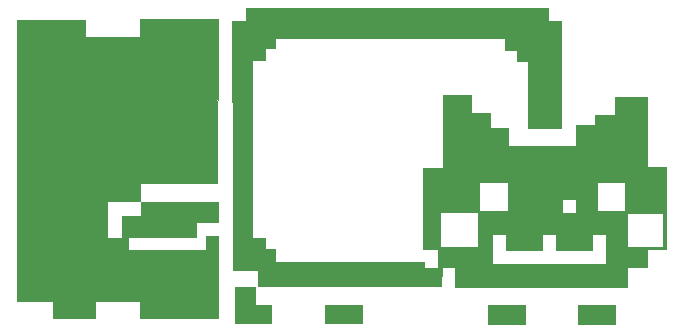
<source format=gbr>
G04 #@! TF.GenerationSoftware,KiCad,Pcbnew,(5.1.2)-1*
G04 #@! TF.CreationDate,2019-10-01T23:28:24-05:00*
G04 #@! TF.ProjectId,nyan,6e79616e-2e6b-4696-9361-645f70636258,rev?*
G04 #@! TF.SameCoordinates,Original*
G04 #@! TF.FileFunction,Soldermask,Top*
G04 #@! TF.FilePolarity,Negative*
%FSLAX46Y46*%
G04 Gerber Fmt 4.6, Leading zero omitted, Abs format (unit mm)*
G04 Created by KiCad (PCBNEW (5.1.2)-1) date 2019-10-01 23:28:24*
%MOMM*%
%LPD*%
G04 APERTURE LIST*
%ADD10C,0.100000*%
%ADD11C,0.010000*%
G04 APERTURE END LIST*
D10*
G36*
X134696200Y-72415400D02*
G01*
X128168400Y-72440800D01*
X128168400Y-73888600D01*
X125399800Y-73888600D01*
X125374400Y-77063600D01*
X127101600Y-77063600D01*
X127101600Y-78105000D01*
X133731000Y-78079600D01*
X133731000Y-76885800D01*
X134731125Y-76885800D01*
X134721600Y-83794600D01*
X128117600Y-83794600D01*
X128117600Y-82372200D01*
X124307600Y-82372200D01*
X124307600Y-83794600D01*
X120980200Y-83820000D01*
X120777000Y-83820000D01*
X120777000Y-82372200D01*
X117729000Y-82372200D01*
X117729000Y-58572400D01*
X123520200Y-58572400D01*
X123520200Y-60071000D01*
X128143000Y-60071000D01*
X128143000Y-58496200D01*
X134734300Y-58496200D01*
X134696200Y-72415400D01*
G37*
X134696200Y-72415400D02*
X128168400Y-72440800D01*
X128168400Y-73888600D01*
X125399800Y-73888600D01*
X125374400Y-77063600D01*
X127101600Y-77063600D01*
X127101600Y-78105000D01*
X133731000Y-78079600D01*
X133731000Y-76885800D01*
X134731125Y-76885800D01*
X134721600Y-83794600D01*
X128117600Y-83794600D01*
X128117600Y-82372200D01*
X124307600Y-82372200D01*
X124307600Y-83794600D01*
X120980200Y-83820000D01*
X120777000Y-83820000D01*
X120777000Y-82372200D01*
X117729000Y-82372200D01*
X117729000Y-58572400D01*
X123520200Y-58572400D01*
X123520200Y-60071000D01*
X128143000Y-60071000D01*
X128143000Y-58496200D01*
X134734300Y-58496200D01*
X134696200Y-72415400D01*
D11*
G36*
X134746182Y-74813341D02*
G01*
X134744460Y-75684380D01*
X133814609Y-75684391D01*
X132897880Y-75681840D01*
X132900420Y-76967080D01*
X126665567Y-76959460D01*
X126665567Y-75160294D01*
X128209040Y-75161140D01*
X128209040Y-74957940D01*
X128209040Y-74861420D01*
X128209040Y-74739500D01*
X128209040Y-74569320D01*
X128210328Y-74453225D01*
X128210624Y-74374836D01*
X128209040Y-73982580D01*
X129570173Y-73981220D01*
X129837180Y-73982580D01*
X130141980Y-73980040D01*
X130450614Y-73980905D01*
X130782060Y-73982580D01*
X131142740Y-73982580D01*
X131498340Y-73982580D01*
X131861560Y-73982580D01*
X132212080Y-73982580D01*
X132544820Y-73982580D01*
X132869940Y-73982580D01*
X132882640Y-73982580D01*
X134747000Y-73982580D01*
X134746182Y-74813341D01*
X134746182Y-74813341D01*
G37*
X134746182Y-74813341D02*
X134744460Y-75684380D01*
X133814609Y-75684391D01*
X132897880Y-75681840D01*
X132900420Y-76967080D01*
X126665567Y-76959460D01*
X126665567Y-75160294D01*
X128209040Y-75161140D01*
X128209040Y-74957940D01*
X128209040Y-74861420D01*
X128209040Y-74739500D01*
X128209040Y-74569320D01*
X128210328Y-74453225D01*
X128210624Y-74374836D01*
X128209040Y-73982580D01*
X129570173Y-73981220D01*
X129837180Y-73982580D01*
X130141980Y-73980040D01*
X130450614Y-73980905D01*
X130782060Y-73982580D01*
X131142740Y-73982580D01*
X131498340Y-73982580D01*
X131861560Y-73982580D01*
X132212080Y-73982580D01*
X132544820Y-73982580D01*
X132869940Y-73982580D01*
X132882640Y-73982580D01*
X134747000Y-73982580D01*
X134746182Y-74813341D01*
G36*
X162712400Y-58692627D02*
G01*
X163791900Y-58692627D01*
X163791900Y-67773127D01*
X161019067Y-67773127D01*
X161019067Y-62100460D01*
X160108900Y-62100460D01*
X160108900Y-61105627D01*
X159071734Y-61105627D01*
X159071734Y-60131960D01*
X155044775Y-60131956D01*
X154642135Y-60131893D01*
X154201021Y-60131711D01*
X153725293Y-60131414D01*
X153218809Y-60131007D01*
X152685431Y-60130498D01*
X152129015Y-60129891D01*
X151553423Y-60129192D01*
X150962514Y-60128406D01*
X150360146Y-60127540D01*
X149750180Y-60126598D01*
X149136474Y-60125587D01*
X148522889Y-60124512D01*
X147913283Y-60123379D01*
X147311515Y-60122193D01*
X146721446Y-60120960D01*
X146146935Y-60119685D01*
X145591840Y-60118375D01*
X145382192Y-60117858D01*
X139618720Y-60126880D01*
X139613640Y-60972700D01*
X138744960Y-60970160D01*
X138750040Y-61963300D01*
X137604500Y-61970920D01*
X137612120Y-77030580D01*
X138744960Y-77025500D01*
X138747500Y-77467460D01*
X138747500Y-78026260D01*
X139296140Y-78026260D01*
X139598400Y-78026260D01*
X139598400Y-79093060D01*
X145757900Y-79095600D01*
X152179020Y-79098140D01*
X152171400Y-79626460D01*
X153695400Y-79626460D01*
X153680160Y-81150460D01*
X151988520Y-81150460D01*
X151833580Y-81150460D01*
X151622760Y-81150460D01*
X151389080Y-81150460D01*
X151173180Y-81150460D01*
X150825200Y-81150460D01*
X150550880Y-81150460D01*
X150182580Y-81150460D01*
X149750780Y-81150460D01*
X149303740Y-81150460D01*
X148861780Y-81150460D01*
X148399500Y-81150460D01*
X147883880Y-81150460D01*
X147391120Y-81150460D01*
X146908520Y-81150460D01*
X146438620Y-81150460D01*
X145826480Y-81153000D01*
X145315940Y-81150460D01*
X144800320Y-81147920D01*
X144459960Y-81147920D01*
X144196859Y-81147920D01*
X138115040Y-81153000D01*
X138115040Y-79794100D01*
X136028185Y-79795794D01*
X136014132Y-75038585D01*
X136012751Y-74566543D01*
X136011284Y-74056387D01*
X136009741Y-73512337D01*
X136008134Y-72938610D01*
X136006474Y-72339427D01*
X136004772Y-71719007D01*
X136003040Y-71081569D01*
X136001289Y-70431331D01*
X135999531Y-69772514D01*
X135997775Y-69109337D01*
X135996034Y-68446017D01*
X135994319Y-67786776D01*
X135992641Y-67135832D01*
X135991012Y-66497404D01*
X135989442Y-65875711D01*
X135987943Y-65274972D01*
X135986526Y-64699408D01*
X135986009Y-64487002D01*
X135971938Y-58692627D01*
X137121900Y-58692627D01*
X137121900Y-57570794D01*
X162712400Y-57570794D01*
X162712400Y-58692627D01*
X162712400Y-58692627D01*
G37*
X162712400Y-58692627D02*
X163791900Y-58692627D01*
X163791900Y-67773127D01*
X161019067Y-67773127D01*
X161019067Y-62100460D01*
X160108900Y-62100460D01*
X160108900Y-61105627D01*
X159071734Y-61105627D01*
X159071734Y-60131960D01*
X155044775Y-60131956D01*
X154642135Y-60131893D01*
X154201021Y-60131711D01*
X153725293Y-60131414D01*
X153218809Y-60131007D01*
X152685431Y-60130498D01*
X152129015Y-60129891D01*
X151553423Y-60129192D01*
X150962514Y-60128406D01*
X150360146Y-60127540D01*
X149750180Y-60126598D01*
X149136474Y-60125587D01*
X148522889Y-60124512D01*
X147913283Y-60123379D01*
X147311515Y-60122193D01*
X146721446Y-60120960D01*
X146146935Y-60119685D01*
X145591840Y-60118375D01*
X145382192Y-60117858D01*
X139618720Y-60126880D01*
X139613640Y-60972700D01*
X138744960Y-60970160D01*
X138750040Y-61963300D01*
X137604500Y-61970920D01*
X137612120Y-77030580D01*
X138744960Y-77025500D01*
X138747500Y-77467460D01*
X138747500Y-78026260D01*
X139296140Y-78026260D01*
X139598400Y-78026260D01*
X139598400Y-79093060D01*
X145757900Y-79095600D01*
X152179020Y-79098140D01*
X152171400Y-79626460D01*
X153695400Y-79626460D01*
X153680160Y-81150460D01*
X151988520Y-81150460D01*
X151833580Y-81150460D01*
X151622760Y-81150460D01*
X151389080Y-81150460D01*
X151173180Y-81150460D01*
X150825200Y-81150460D01*
X150550880Y-81150460D01*
X150182580Y-81150460D01*
X149750780Y-81150460D01*
X149303740Y-81150460D01*
X148861780Y-81150460D01*
X148399500Y-81150460D01*
X147883880Y-81150460D01*
X147391120Y-81150460D01*
X146908520Y-81150460D01*
X146438620Y-81150460D01*
X145826480Y-81153000D01*
X145315940Y-81150460D01*
X144800320Y-81147920D01*
X144459960Y-81147920D01*
X144196859Y-81147920D01*
X138115040Y-81153000D01*
X138115040Y-79794100D01*
X136028185Y-79795794D01*
X136014132Y-75038585D01*
X136012751Y-74566543D01*
X136011284Y-74056387D01*
X136009741Y-73512337D01*
X136008134Y-72938610D01*
X136006474Y-72339427D01*
X136004772Y-71719007D01*
X136003040Y-71081569D01*
X136001289Y-70431331D01*
X135999531Y-69772514D01*
X135997775Y-69109337D01*
X135996034Y-68446017D01*
X135994319Y-67786776D01*
X135992641Y-67135832D01*
X135991012Y-66497404D01*
X135989442Y-65875711D01*
X135987943Y-65274972D01*
X135986526Y-64699408D01*
X135986009Y-64487002D01*
X135971938Y-58692627D01*
X137121900Y-58692627D01*
X137121900Y-57570794D01*
X162712400Y-57570794D01*
X162712400Y-58692627D01*
G36*
X156214234Y-66481960D02*
G01*
X157801734Y-66481960D01*
X157801734Y-67773127D01*
X159325734Y-67773127D01*
X159325734Y-69233627D01*
X165104234Y-69233627D01*
X165104234Y-67455627D01*
X166670567Y-67455627D01*
X166670567Y-66651294D01*
X168342734Y-66651294D01*
X168342734Y-65106127D01*
X171073234Y-65106127D01*
X171073234Y-71075127D01*
X172660734Y-71075127D01*
X172660734Y-77996627D01*
X171094400Y-77996627D01*
X171094400Y-79478294D01*
X169358734Y-79478294D01*
X169358734Y-81192794D01*
X154796067Y-81192794D01*
X154796067Y-79478294D01*
X153399067Y-79478294D01*
X153399067Y-77996627D01*
X152150234Y-77996627D01*
X152150234Y-74948627D01*
X153535380Y-74876660D01*
X153530300Y-77853540D01*
X156791660Y-77848460D01*
X156789120Y-76758800D01*
X157949900Y-76726627D01*
X157949900Y-79266627D01*
X167644234Y-79266627D01*
X167644234Y-76726627D01*
X166416567Y-76726627D01*
X166416567Y-78081294D01*
X163410900Y-78081294D01*
X163410900Y-76726627D01*
X162183234Y-76726627D01*
X162183234Y-78081294D01*
X159177567Y-78081294D01*
X159177567Y-76726627D01*
X157949900Y-76726627D01*
X156789120Y-76748640D01*
X156781500Y-74866500D01*
X153537920Y-74866500D01*
X152150234Y-74948627D01*
X152150234Y-72345127D01*
X156849234Y-72345127D01*
X156849234Y-74800460D01*
X159304567Y-74800460D01*
X159304567Y-73720960D01*
X163855400Y-73720960D01*
X163855400Y-74948627D01*
X165104234Y-74948627D01*
X169358734Y-74948627D01*
X169358734Y-77784960D01*
X172470234Y-77784960D01*
X172470234Y-74948627D01*
X169358734Y-74948627D01*
X165104234Y-74948627D01*
X165104234Y-73720960D01*
X163855400Y-73720960D01*
X159304567Y-73720960D01*
X159304567Y-72345127D01*
X166818734Y-72345127D01*
X166818734Y-74800460D01*
X169231734Y-74800460D01*
X169231734Y-72345127D01*
X166818734Y-72345127D01*
X159304567Y-72345127D01*
X156849234Y-72345127D01*
X152150234Y-72345127D01*
X152150234Y-71138627D01*
X153801234Y-71138627D01*
X153817320Y-64940180D01*
X154421840Y-64940180D01*
X154645360Y-64935100D01*
X154876500Y-64935100D01*
X155092400Y-64935100D01*
X155318460Y-64935100D01*
X155518633Y-64935100D01*
X155653740Y-64935100D01*
X156212540Y-64935100D01*
X156214234Y-66481960D01*
X156214234Y-66481960D01*
G37*
X156214234Y-66481960D02*
X157801734Y-66481960D01*
X157801734Y-67773127D01*
X159325734Y-67773127D01*
X159325734Y-69233627D01*
X165104234Y-69233627D01*
X165104234Y-67455627D01*
X166670567Y-67455627D01*
X166670567Y-66651294D01*
X168342734Y-66651294D01*
X168342734Y-65106127D01*
X171073234Y-65106127D01*
X171073234Y-71075127D01*
X172660734Y-71075127D01*
X172660734Y-77996627D01*
X171094400Y-77996627D01*
X171094400Y-79478294D01*
X169358734Y-79478294D01*
X169358734Y-81192794D01*
X154796067Y-81192794D01*
X154796067Y-79478294D01*
X153399067Y-79478294D01*
X153399067Y-77996627D01*
X152150234Y-77996627D01*
X152150234Y-74948627D01*
X153535380Y-74876660D01*
X153530300Y-77853540D01*
X156791660Y-77848460D01*
X156789120Y-76758800D01*
X157949900Y-76726627D01*
X157949900Y-79266627D01*
X167644234Y-79266627D01*
X167644234Y-76726627D01*
X166416567Y-76726627D01*
X166416567Y-78081294D01*
X163410900Y-78081294D01*
X163410900Y-76726627D01*
X162183234Y-76726627D01*
X162183234Y-78081294D01*
X159177567Y-78081294D01*
X159177567Y-76726627D01*
X157949900Y-76726627D01*
X156789120Y-76748640D01*
X156781500Y-74866500D01*
X153537920Y-74866500D01*
X152150234Y-74948627D01*
X152150234Y-72345127D01*
X156849234Y-72345127D01*
X156849234Y-74800460D01*
X159304567Y-74800460D01*
X159304567Y-73720960D01*
X163855400Y-73720960D01*
X163855400Y-74948627D01*
X165104234Y-74948627D01*
X169358734Y-74948627D01*
X169358734Y-77784960D01*
X172470234Y-77784960D01*
X172470234Y-74948627D01*
X169358734Y-74948627D01*
X165104234Y-74948627D01*
X165104234Y-73720960D01*
X163855400Y-73720960D01*
X159304567Y-73720960D01*
X159304567Y-72345127D01*
X166818734Y-72345127D01*
X166818734Y-74800460D01*
X169231734Y-74800460D01*
X169231734Y-72345127D01*
X166818734Y-72345127D01*
X159304567Y-72345127D01*
X156849234Y-72345127D01*
X152150234Y-72345127D01*
X152150234Y-71138627D01*
X153801234Y-71138627D01*
X153817320Y-64940180D01*
X154421840Y-64940180D01*
X154645360Y-64935100D01*
X154876500Y-64935100D01*
X155092400Y-64935100D01*
X155318460Y-64935100D01*
X155518633Y-64935100D01*
X155653740Y-64935100D01*
X156212540Y-64935100D01*
X156214234Y-66481960D01*
G36*
X137926234Y-82695627D02*
G01*
X139238567Y-82695627D01*
X139238622Y-83050169D01*
X139239434Y-83192517D01*
X139241647Y-83361579D01*
X139244982Y-83541769D01*
X139249162Y-83717501D01*
X139252565Y-83833335D01*
X139266453Y-84261960D01*
X136197340Y-84256880D01*
X136204608Y-83210730D01*
X136201706Y-82983247D01*
X136199006Y-82751891D01*
X136196572Y-82523486D01*
X136194467Y-82304860D01*
X136192752Y-82102837D01*
X136191491Y-81924245D01*
X136190748Y-81775908D01*
X136190567Y-81686730D01*
X136190567Y-81213960D01*
X137926234Y-81213960D01*
X137926234Y-82695627D01*
X137926234Y-82695627D01*
G37*
X137926234Y-82695627D02*
X139238567Y-82695627D01*
X139238622Y-83050169D01*
X139239434Y-83192517D01*
X139241647Y-83361579D01*
X139244982Y-83541769D01*
X139249162Y-83717501D01*
X139252565Y-83833335D01*
X139266453Y-84261960D01*
X136197340Y-84256880D01*
X136204608Y-83210730D01*
X136201706Y-82983247D01*
X136199006Y-82751891D01*
X136196572Y-82523486D01*
X136194467Y-82304860D01*
X136192752Y-82102837D01*
X136191491Y-81924245D01*
X136190748Y-81775908D01*
X136190567Y-81686730D01*
X136190567Y-81213960D01*
X137926234Y-81213960D01*
X137926234Y-82695627D01*
G36*
X146943234Y-84256669D02*
G01*
X146877088Y-84269898D01*
X146845265Y-84272101D01*
X146774690Y-84274189D01*
X146668943Y-84276133D01*
X146531606Y-84277900D01*
X146366259Y-84279461D01*
X146176484Y-84280786D01*
X145965860Y-84281844D01*
X145737969Y-84282604D01*
X145496392Y-84283036D01*
X145321338Y-84283127D01*
X143831734Y-84283127D01*
X143831734Y-82695627D01*
X146943234Y-82695627D01*
X146943234Y-84256669D01*
X146943234Y-84256669D01*
G37*
X146943234Y-84256669D02*
X146877088Y-84269898D01*
X146845265Y-84272101D01*
X146774690Y-84274189D01*
X146668943Y-84276133D01*
X146531606Y-84277900D01*
X146366259Y-84279461D01*
X146176484Y-84280786D01*
X145965860Y-84281844D01*
X145737969Y-84282604D01*
X145496392Y-84283036D01*
X145321338Y-84283127D01*
X143831734Y-84283127D01*
X143831734Y-82695627D01*
X146943234Y-82695627D01*
X146943234Y-84256669D01*
G36*
X168363900Y-84346627D02*
G01*
X165210067Y-84346627D01*
X165210067Y-82737960D01*
X168363900Y-82737960D01*
X168363900Y-84346627D01*
X168363900Y-84346627D01*
G37*
X168363900Y-84346627D02*
X165210067Y-84346627D01*
X165210067Y-82737960D01*
X168363900Y-82737960D01*
X168363900Y-84346627D01*
G36*
X160786234Y-84346627D02*
G01*
X157632400Y-84346627D01*
X157632400Y-82737960D01*
X160786234Y-82737960D01*
X160786234Y-84346627D01*
X160786234Y-84346627D01*
G37*
X160786234Y-84346627D02*
X157632400Y-84346627D01*
X157632400Y-82737960D01*
X160786234Y-82737960D01*
X160786234Y-84346627D01*
M02*

</source>
